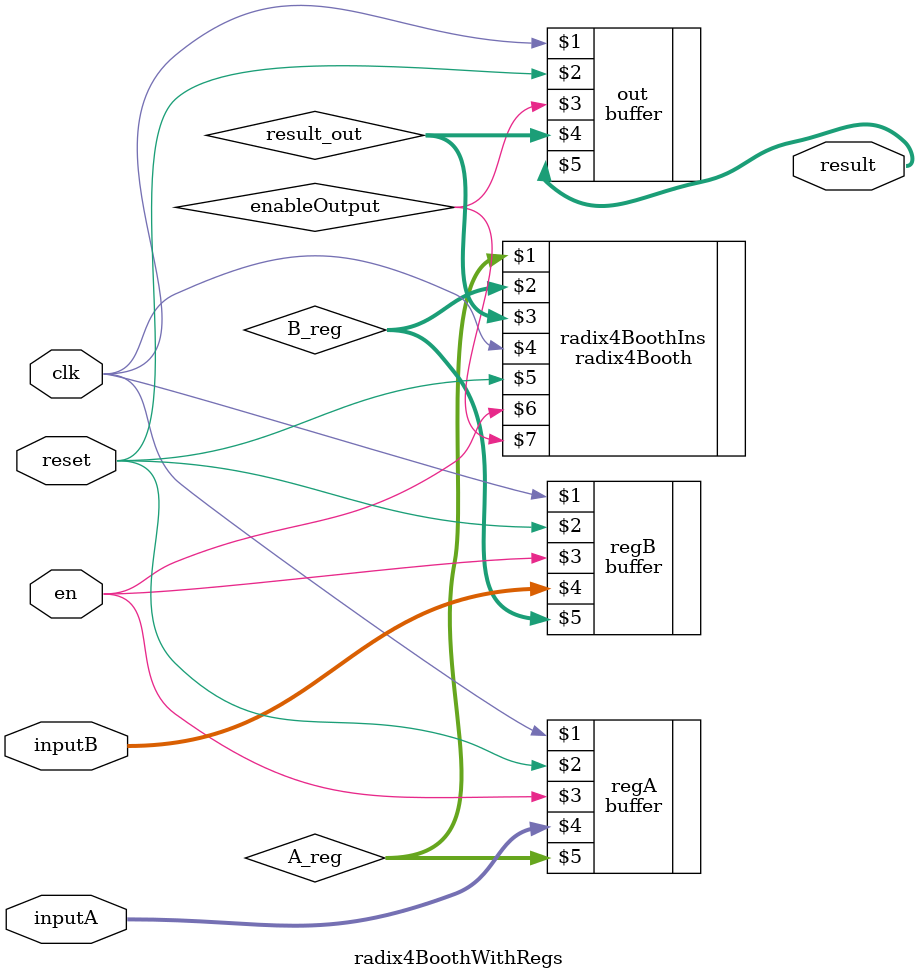
<source format=v>
module radix4BoothWithRegs (input [31:0]inputA,input[31:0]inputB,input clk, input reset, input en, output[63:0]result);
wire [31:0] A_reg;
wire [31:0] B_reg;
wire [63:0] result_out;
wire enableOutput;
buffer #(32) regA(clk, reset, en, inputA, A_reg);
buffer #(32) regB(clk, reset, en, inputB, B_reg);
radix4Booth radix4BoothIns(A_reg, B_reg,result_out, clk, reset, en, enableOutput);
buffer #(64) out(clk, reset, enableOutput, result_out, result);
endmodule
</source>
